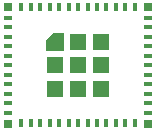
<source format=gbr>
%TF.GenerationSoftware,KiCad,Pcbnew,9.0.7*%
%TF.CreationDate,2026-02-08T20:51:08-05:00*%
%TF.ProjectId,esp32-c3-mini,65737033-322d-4633-932d-6d696e692e6b,rev?*%
%TF.SameCoordinates,Original*%
%TF.FileFunction,Copper,L1,Top*%
%TF.FilePolarity,Positive*%
%FSLAX46Y46*%
G04 Gerber Fmt 4.6, Leading zero omitted, Abs format (unit mm)*
G04 Created by KiCad (PCBNEW 9.0.7) date 2026-02-08 20:51:08*
%MOMM*%
%LPD*%
G01*
G04 APERTURE LIST*
G04 Aperture macros list*
%AMFreePoly0*
4,1,6,0.725000,-0.725000,-0.725000,-0.725000,-0.725000,0.125000,-0.125000,0.725000,0.725000,0.725000,0.725000,-0.725000,0.725000,-0.725000,$1*%
G04 Aperture macros list end*
%TA.AperFunction,SMDPad,CuDef*%
%ADD10R,0.800000X0.400000*%
%TD*%
%TA.AperFunction,SMDPad,CuDef*%
%ADD11R,0.400000X0.800000*%
%TD*%
%TA.AperFunction,SMDPad,CuDef*%
%ADD12FreePoly0,0.000000*%
%TD*%
%TA.AperFunction,SMDPad,CuDef*%
%ADD13R,1.450000X1.450000*%
%TD*%
%TA.AperFunction,SMDPad,CuDef*%
%ADD14R,0.700000X0.700000*%
%TD*%
G04 APERTURE END LIST*
D10*
%TO.P,U1,1,GND*%
%TO.N,Net-(U1-GND-Pad1)*%
X144650000Y-97550000D03*
%TO.P,U1,2,GND*%
X144650000Y-98350000D03*
%TO.P,U1,3,3V3*%
%TO.N,unconnected-(U1-3V3-Pad3)*%
X144650000Y-99150000D03*
%TO.P,U1,4,NC*%
%TO.N,unconnected-(U1-NC-Pad4)*%
X144650000Y-99950000D03*
%TO.P,U1,5,GPIO2/ADC1_CH2*%
%TO.N,unconnected-(U1-GPIO2{slash}ADC1_CH2-Pad5)*%
X144650000Y-100750000D03*
%TO.P,U1,6,GPIO3/ADC1_CH3*%
%TO.N,unconnected-(U1-GPIO3{slash}ADC1_CH3-Pad6)*%
X144650000Y-101550000D03*
%TO.P,U1,7,NC*%
%TO.N,unconnected-(U1-NC-Pad7)*%
X144650000Y-102350000D03*
%TO.P,U1,8,EN/CHIP_PU*%
%TO.N,unconnected-(U1-EN{slash}CHIP_PU-Pad8)*%
X144650000Y-103150000D03*
%TO.P,U1,9,NC*%
%TO.N,unconnected-(U1-NC-Pad9)*%
X144650000Y-103950000D03*
%TO.P,U1,10,NC*%
%TO.N,unconnected-(U1-NC-Pad10)*%
X144650000Y-104750000D03*
%TO.P,U1,11,GND*%
%TO.N,Net-(U1-GND-Pad1)*%
X144650000Y-105550000D03*
D11*
%TO.P,U1,12,GPIO0/ADC1_CH0/XTAL_32K_P*%
%TO.N,unconnected-(U1-GPIO0{slash}ADC1_CH0{slash}XTAL_32K_P-Pad12)*%
X145750000Y-106450000D03*
%TO.P,U1,13,GPIO1/ADC1_CH1/XTAL_32K_N*%
%TO.N,unconnected-(U1-GPIO1{slash}ADC1_CH1{slash}XTAL_32K_N-Pad13)*%
X146550000Y-106450000D03*
%TO.P,U1,14,GND*%
%TO.N,Net-(U1-GND-Pad1)*%
X147350000Y-106450000D03*
%TO.P,U1,15,NC*%
%TO.N,unconnected-(U1-NC-Pad15)*%
X148150000Y-106450000D03*
%TO.P,U1,16,GPIO10*%
%TO.N,unconnected-(U1-GPIO10-Pad16)*%
X148950000Y-106450000D03*
%TO.P,U1,17,NC*%
%TO.N,unconnected-(U1-NC-Pad17)*%
X149750000Y-106450000D03*
%TO.P,U1,18,GPIO4/ADC1_CH4*%
%TO.N,unconnected-(U1-GPIO4{slash}ADC1_CH4-Pad18)*%
X150550000Y-106450000D03*
%TO.P,U1,19,GPIO5/ADC2_CH0*%
%TO.N,unconnected-(U1-GPIO5{slash}ADC2_CH0-Pad19)*%
X151350000Y-106450000D03*
%TO.P,U1,20,GPIO6*%
%TO.N,unconnected-(U1-GPIO6-Pad20)*%
X152150000Y-106450000D03*
%TO.P,U1,21,GPIO7*%
%TO.N,unconnected-(U1-GPIO7-Pad21)*%
X152950000Y-106450000D03*
%TO.P,U1,22,GPIO8*%
%TO.N,unconnected-(U1-GPIO8-Pad22)*%
X153750000Y-106450000D03*
%TO.P,U1,23,GPIO9*%
%TO.N,unconnected-(U1-GPIO9-Pad23)*%
X154550000Y-106450000D03*
%TO.P,U1,24,NC*%
%TO.N,unconnected-(U1-NC-Pad24)*%
X155350000Y-106450000D03*
D10*
%TO.P,U1,25,NC*%
%TO.N,unconnected-(U1-NC-Pad25)*%
X156450000Y-105550000D03*
%TO.P,U1,26,GPIO18/USB_D-*%
%TO.N,unconnected-(U1-GPIO18{slash}USB_D--Pad26)*%
X156450000Y-104750000D03*
%TO.P,U1,27,GPIO19/USB_D+*%
%TO.N,unconnected-(U1-GPIO19{slash}USB_D+-Pad27)*%
X156450000Y-103950000D03*
%TO.P,U1,28,NC*%
%TO.N,unconnected-(U1-NC-Pad28)*%
X156450000Y-103150000D03*
%TO.P,U1,29,NC*%
%TO.N,unconnected-(U1-NC-Pad29)*%
X156450000Y-102350000D03*
%TO.P,U1,30,GPIO20/U0RXD*%
%TO.N,unconnected-(U1-GPIO20{slash}U0RXD-Pad30)*%
X156450000Y-101550000D03*
%TO.P,U1,31,GPIO21/U0TXD*%
%TO.N,unconnected-(U1-GPIO21{slash}U0TXD-Pad31)*%
X156450000Y-100750000D03*
%TO.P,U1,32,NC*%
%TO.N,unconnected-(U1-NC-Pad32)*%
X156450000Y-99950000D03*
%TO.P,U1,33,NC*%
%TO.N,unconnected-(U1-NC-Pad33)*%
X156450000Y-99150000D03*
%TO.P,U1,34,NC*%
%TO.N,unconnected-(U1-NC-Pad34)*%
X156450000Y-98350000D03*
%TO.P,U1,35,NC*%
%TO.N,unconnected-(U1-NC-Pad35)*%
X156450000Y-97550000D03*
D11*
%TO.P,U1,36,GND*%
%TO.N,Net-(U1-GND-Pad1)*%
X155350000Y-96650000D03*
%TO.P,U1,37,GND*%
X154550000Y-96650000D03*
%TO.P,U1,38,GND*%
X153750000Y-96650000D03*
%TO.P,U1,39,GND*%
X152950000Y-96650000D03*
%TO.P,U1,40,GND*%
X152150000Y-96650000D03*
%TO.P,U1,41,GND*%
X151350000Y-96650000D03*
%TO.P,U1,42,GND*%
X150550000Y-96650000D03*
%TO.P,U1,43,GND*%
X149750000Y-96650000D03*
%TO.P,U1,44,GND*%
X148950000Y-96650000D03*
%TO.P,U1,45,GND*%
X148150000Y-96650000D03*
%TO.P,U1,46,GND*%
X147350000Y-96650000D03*
%TO.P,U1,47,GND*%
X146550000Y-96650000D03*
%TO.P,U1,48,GND*%
X145750000Y-96650000D03*
D12*
%TO.P,U1,49,GND*%
X148575000Y-99575000D03*
D13*
X148575000Y-101550000D03*
X148575000Y-103525000D03*
X150550000Y-99575000D03*
X150550000Y-101550000D03*
X150550000Y-103525000D03*
X152525000Y-99575000D03*
X152525000Y-101550000D03*
X152525000Y-103525000D03*
D14*
%TO.P,U1,50,GND*%
X156500000Y-96600000D03*
%TO.P,U1,51,GND*%
X156500000Y-106500000D03*
%TO.P,U1,52,GND*%
X144600000Y-106500000D03*
%TO.P,U1,53,GND*%
X144600000Y-96600000D03*
%TD*%
M02*

</source>
